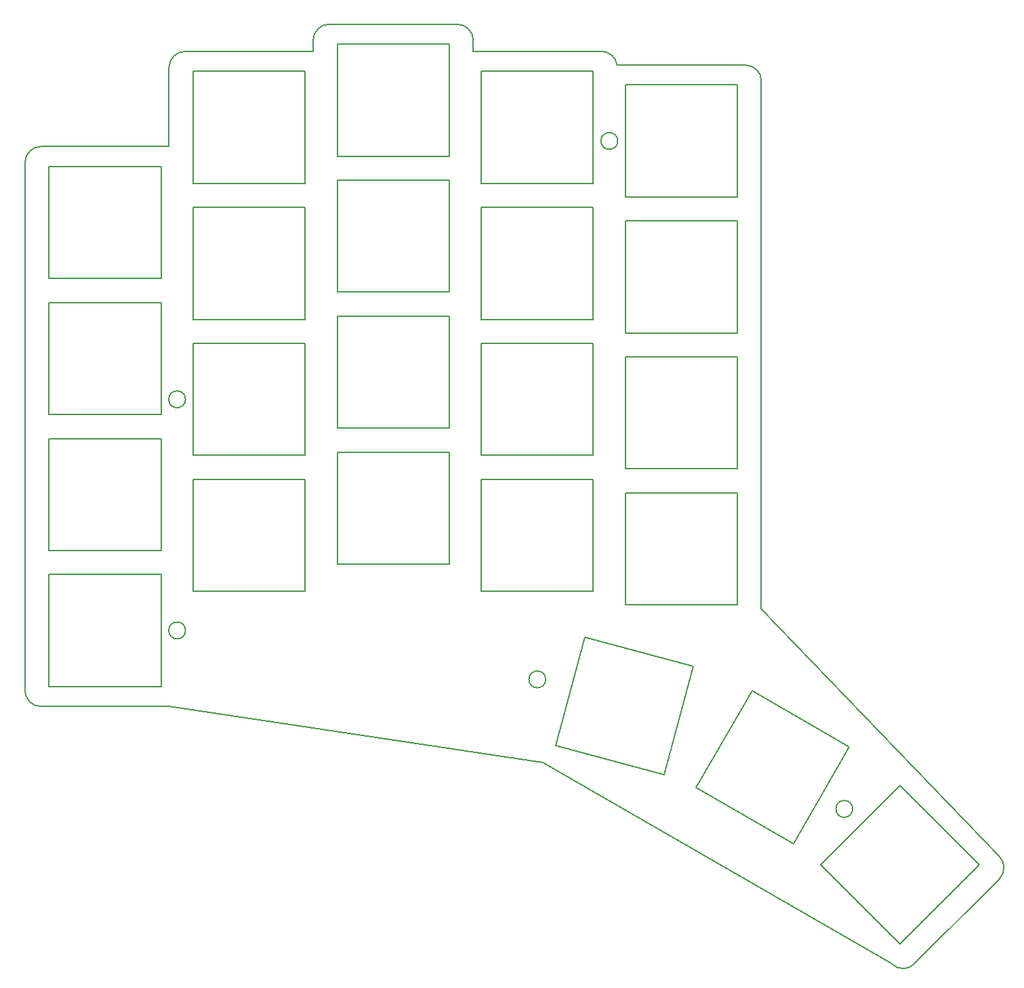
<source format=gbr>
G04 #@! TF.GenerationSoftware,KiCad,Pcbnew,5.1.5+dfsg1-2build2*
G04 #@! TF.CreationDate,2024-05-28T11:23:47+00:00*
G04 #@! TF.ProjectId,top_plate,746f705f-706c-4617-9465-2e6b69636164,0.3*
G04 #@! TF.SameCoordinates,Original*
G04 #@! TF.FileFunction,Copper,L2,Bot*
G04 #@! TF.FilePolarity,Positive*
%FSLAX46Y46*%
G04 Gerber Fmt 4.6, Leading zero omitted, Abs format (unit mm)*
G04 Created by KiCad (PCBNEW 5.1.5+dfsg1-2build2) date 2024-05-28 11:23:47*
%MOMM*%
%LPD*%
G04 APERTURE LIST*
G04 #@! TA.AperFunction,Profile*
%ADD10C,0.150000*%
G04 #@! TD*
G04 APERTURE END LIST*
D10*
X-8000000Y-9500000D02*
X8000000Y-9500000D01*
X-10000000Y-7500000D02*
X-10000000Y58500000D01*
X-8000000Y-9500000D02*
G75*
G02X-10000000Y-7500000I0J2000000D01*
G01*
X8000000Y60500000D02*
X-8000000Y60500000D01*
X-10000000Y58500000D02*
G75*
G02X-8000000Y60500000I2000000J0D01*
G01*
X26000000Y72400000D02*
X10000000Y72400000D01*
X8000000Y70400000D02*
G75*
G02X10000000Y72400000I2000000J0D01*
G01*
X8000000Y70400000D02*
X8000000Y60500000D01*
X46000000Y72400000D02*
X46000000Y73800000D01*
X44000000Y75800000D02*
G75*
G02X46000000Y73800000I0J-2000000D01*
G01*
X44000000Y75800000D02*
X28000000Y75800000D01*
X26000000Y73800000D02*
G75*
G02X28000000Y75800000I2000000J0D01*
G01*
X26000000Y73800000D02*
X26000000Y72400000D01*
X62000000Y72400000D02*
G75*
G02X63977391Y70699872I0J-2000000D01*
G01*
X62000000Y72400000D02*
X46000000Y72400000D01*
X82000000Y2700000D02*
X82000000Y68700000D01*
X80000000Y70700000D02*
G75*
G02X82000000Y68700000I0J-2000000D01*
G01*
X80000000Y70700000D02*
X64000000Y70700000D01*
X63977391Y70699872D02*
G75*
G02X64000000Y70700000I22609J-1999872D01*
G01*
X101117258Y-41686664D02*
G75*
G02X98288831Y-41686665I-1414214J1414213D01*
G01*
X101117258Y-41686665D02*
X111723860Y-31080063D01*
X111723859Y-28251637D02*
G75*
G02X111723859Y-31080063I-1414213J-1414213D01*
G01*
X82000000Y2700000D02*
X111723860Y-28251636D01*
X98288831Y-41686665D02*
X54707107Y-16524745D01*
X54707107Y-16524745D02*
X8000000Y-9500000D01*
X-7000000Y-7000000D02*
X7000000Y-7000000D01*
X7000000Y-7000000D02*
X7000000Y7000000D01*
X7000000Y7000000D02*
X-7000000Y7000000D01*
X-7000000Y7000000D02*
X-7000000Y-7000000D01*
X-7000000Y10000000D02*
X7000000Y10000000D01*
X7000000Y10000000D02*
X7000000Y24000000D01*
X7000000Y24000000D02*
X-7000000Y24000000D01*
X-7000000Y24000000D02*
X-7000000Y10000000D01*
X-7000000Y27000000D02*
X7000000Y27000000D01*
X7000000Y27000000D02*
X7000000Y41000000D01*
X7000000Y41000000D02*
X-7000000Y41000000D01*
X-7000000Y41000000D02*
X-7000000Y27000000D01*
X-7000000Y44000000D02*
X7000000Y44000000D01*
X7000000Y44000000D02*
X7000000Y58000000D01*
X7000000Y58000000D02*
X-7000000Y58000000D01*
X-7000000Y58000000D02*
X-7000000Y44000000D01*
X11000000Y4900000D02*
X25000000Y4900000D01*
X25000000Y4900000D02*
X25000000Y18900000D01*
X25000000Y18900000D02*
X11000000Y18900000D01*
X11000000Y18900000D02*
X11000000Y4900000D01*
X11000000Y21900000D02*
X25000000Y21900000D01*
X25000000Y21900000D02*
X25000000Y35900000D01*
X25000000Y35900000D02*
X11000000Y35900000D01*
X11000000Y35900000D02*
X11000000Y21900000D01*
X11000000Y38900000D02*
X25000000Y38900000D01*
X25000000Y38900000D02*
X25000000Y52900000D01*
X25000000Y52900000D02*
X11000000Y52900000D01*
X11000000Y52900000D02*
X11000000Y38900000D01*
X11000000Y55900000D02*
X25000000Y55900000D01*
X25000000Y55900000D02*
X25000000Y69900000D01*
X25000000Y69900000D02*
X11000000Y69900000D01*
X11000000Y69900000D02*
X11000000Y55900000D01*
X29000000Y8300000D02*
X43000000Y8300000D01*
X43000000Y8300000D02*
X43000000Y22300000D01*
X43000000Y22300000D02*
X29000000Y22300000D01*
X29000000Y22300000D02*
X29000000Y8300000D01*
X29000000Y25300000D02*
X43000000Y25300000D01*
X43000000Y25300000D02*
X43000000Y39300000D01*
X43000000Y39300000D02*
X29000000Y39300000D01*
X29000000Y39300000D02*
X29000000Y25300000D01*
X29000000Y42300000D02*
X43000000Y42300000D01*
X43000000Y42300000D02*
X43000000Y56300000D01*
X43000000Y56300000D02*
X29000000Y56300000D01*
X29000000Y56300000D02*
X29000000Y42300000D01*
X29000000Y59300000D02*
X43000000Y59300000D01*
X43000000Y59300000D02*
X43000000Y73300000D01*
X43000000Y73300000D02*
X29000000Y73300000D01*
X29000000Y73300000D02*
X29000000Y59300000D01*
X47000000Y4900000D02*
X61000000Y4900000D01*
X61000000Y4900000D02*
X61000000Y18900000D01*
X61000000Y18900000D02*
X47000000Y18900000D01*
X47000000Y18900000D02*
X47000000Y4900000D01*
X47000000Y21900000D02*
X61000000Y21900000D01*
X61000000Y21900000D02*
X61000000Y35900000D01*
X61000000Y35900000D02*
X47000000Y35900000D01*
X47000000Y35900000D02*
X47000000Y21900000D01*
X47000000Y38900000D02*
X61000000Y38900000D01*
X61000000Y38900000D02*
X61000000Y52900000D01*
X61000000Y52900000D02*
X47000000Y52900000D01*
X47000000Y52900000D02*
X47000000Y38900000D01*
X47000000Y55900000D02*
X61000000Y55900000D01*
X61000000Y55900000D02*
X61000000Y69900000D01*
X61000000Y69900000D02*
X47000000Y69900000D01*
X47000000Y69900000D02*
X47000000Y55900000D01*
X65000000Y3200000D02*
X79000000Y3200000D01*
X79000000Y3200000D02*
X79000000Y17200000D01*
X79000000Y17200000D02*
X65000000Y17200000D01*
X65000000Y17200000D02*
X65000000Y3200000D01*
X65000000Y20200000D02*
X79000000Y20200000D01*
X79000000Y20200000D02*
X79000000Y34200000D01*
X79000000Y34200000D02*
X65000000Y34200000D01*
X65000000Y34200000D02*
X65000000Y20200000D01*
X65000000Y37200000D02*
X79000000Y37200000D01*
X79000000Y37200000D02*
X79000000Y51200000D01*
X79000000Y51200000D02*
X65000000Y51200000D01*
X65000000Y51200000D02*
X65000000Y37200000D01*
X65000000Y54200000D02*
X79000000Y54200000D01*
X79000000Y54200000D02*
X79000000Y68200000D01*
X79000000Y68200000D02*
X65000000Y68200000D01*
X65000000Y68200000D02*
X65000000Y54200000D01*
X56320080Y-14368749D02*
X69843042Y-17992216D01*
X69843042Y-17992216D02*
X73466508Y-4469254D01*
X73466508Y-4469254D02*
X59943547Y-845788D01*
X59943547Y-845788D02*
X56320080Y-14368749D01*
X73868716Y-19659705D02*
X85993071Y-26659705D01*
X85993071Y-26659705D02*
X92993071Y-14535349D01*
X92993071Y-14535349D02*
X80868716Y-7535349D01*
X80868716Y-7535349D02*
X73868716Y-19659705D01*
X89449996Y-29312296D02*
X99349491Y-39211791D01*
X99349491Y-39211791D02*
X109248986Y-29312296D01*
X109248986Y-29312296D02*
X99349491Y-19412801D01*
X99349491Y-19412801D02*
X89449996Y-29312296D01*
X10050000Y28900000D02*
G75*
G03X10050000Y28900000I-1050000J0D01*
G01*
X10050000Y0D02*
G75*
G03X10050000Y0I-1050000J0D01*
G01*
X64050000Y61200000D02*
G75*
G03X64050000Y61200000I-1050000J0D01*
G01*
X55050000Y-6120000D02*
G75*
G03X55050000Y-6120000I-1050000J0D01*
G01*
X93399134Y-22311939D02*
G75*
G03X93399134Y-22311939I-1050000J0D01*
G01*
M02*

</source>
